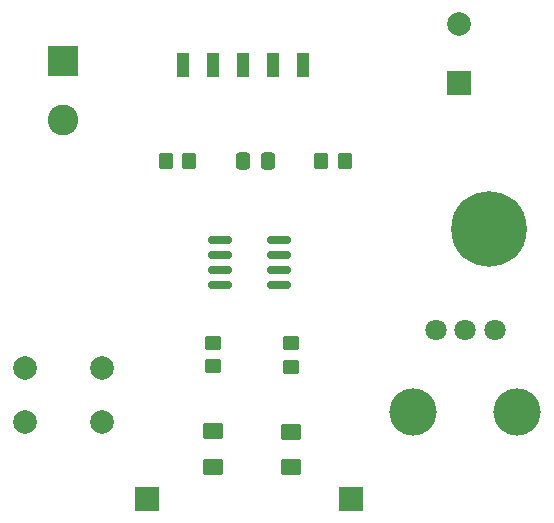
<source format=gbr>
%TF.GenerationSoftware,KiCad,Pcbnew,(6.0.10)*%
%TF.CreationDate,2023-02-14T20:35:35-05:00*%
%TF.ProjectId,starterProject,73746172-7465-4725-9072-6f6a6563742e,rev?*%
%TF.SameCoordinates,Original*%
%TF.FileFunction,Soldermask,Top*%
%TF.FilePolarity,Negative*%
%FSLAX46Y46*%
G04 Gerber Fmt 4.6, Leading zero omitted, Abs format (unit mm)*
G04 Created by KiCad (PCBNEW (6.0.10)) date 2023-02-14 20:35:35*
%MOMM*%
%LPD*%
G01*
G04 APERTURE LIST*
G04 Aperture macros list*
%AMRoundRect*
0 Rectangle with rounded corners*
0 $1 Rounding radius*
0 $2 $3 $4 $5 $6 $7 $8 $9 X,Y pos of 4 corners*
0 Add a 4 corners polygon primitive as box body*
4,1,4,$2,$3,$4,$5,$6,$7,$8,$9,$2,$3,0*
0 Add four circle primitives for the rounded corners*
1,1,$1+$1,$2,$3*
1,1,$1+$1,$4,$5*
1,1,$1+$1,$6,$7*
1,1,$1+$1,$8,$9*
0 Add four rect primitives between the rounded corners*
20,1,$1+$1,$2,$3,$4,$5,0*
20,1,$1+$1,$4,$5,$6,$7,0*
20,1,$1+$1,$6,$7,$8,$9,0*
20,1,$1+$1,$8,$9,$2,$3,0*%
G04 Aperture macros list end*
%ADD10R,2.000000X2.000000*%
%ADD11RoundRect,0.250000X-0.350000X-0.450000X0.350000X-0.450000X0.350000X0.450000X-0.350000X0.450000X0*%
%ADD12C,4.000000*%
%ADD13C,1.800000*%
%ADD14RoundRect,0.250000X-0.450000X0.350000X-0.450000X-0.350000X0.450000X-0.350000X0.450000X0.350000X0*%
%ADD15RoundRect,0.250001X0.624999X-0.462499X0.624999X0.462499X-0.624999X0.462499X-0.624999X-0.462499X0*%
%ADD16R,1.000000X2.000000*%
%ADD17C,2.000000*%
%ADD18C,6.400000*%
%ADD19R,2.600000X2.600000*%
%ADD20C,2.600000*%
%ADD21RoundRect,0.150000X-0.825000X-0.150000X0.825000X-0.150000X0.825000X0.150000X-0.825000X0.150000X0*%
%ADD22RoundRect,0.250000X-0.337500X-0.475000X0.337500X-0.475000X0.337500X0.475000X-0.337500X0.475000X0*%
G04 APERTURE END LIST*
D10*
%TO.C,TP2*%
X132588000Y-99715977D03*
%TD*%
D11*
%TO.C,R2*%
X116872000Y-71120000D03*
X118872000Y-71120000D03*
%TD*%
D12*
%TO.C,RV1*%
X137840000Y-92390000D03*
X146640000Y-92390000D03*
D13*
X139740000Y-85390000D03*
X142240000Y-85390000D03*
X144740000Y-85390000D03*
%TD*%
D14*
%TO.C,R3*%
X127508000Y-86555500D03*
X127508000Y-88555500D03*
%TD*%
D11*
%TO.C,R1*%
X130048000Y-71120000D03*
X132048000Y-71120000D03*
%TD*%
D15*
%TO.C,D2*%
X120904000Y-96991500D03*
X120904000Y-94016500D03*
%TD*%
D16*
%TO.C,J2*%
X118364000Y-62992000D03*
X120904000Y-62992000D03*
X123444000Y-62992000D03*
X125984000Y-62992000D03*
X128524000Y-62992000D03*
%TD*%
D17*
%TO.C,SW1*%
X111454000Y-93182000D03*
X104954000Y-93182000D03*
X104954000Y-88682000D03*
X111454000Y-88682000D03*
%TD*%
D14*
%TO.C,R4*%
X120904000Y-86519000D03*
X120904000Y-88519000D03*
%TD*%
D10*
%TO.C,TP1*%
X115316000Y-99715977D03*
%TD*%
D18*
%TO.C,REF\u002A\u002A*%
X144272000Y-76855977D03*
%TD*%
D19*
%TO.C,J1*%
X108188000Y-62671977D03*
D20*
X108188000Y-67671977D03*
%TD*%
D10*
%TO.C,BZ1*%
X141732000Y-64516000D03*
D17*
X141732000Y-59516000D03*
%TD*%
D15*
%TO.C,D1*%
X127508000Y-97028000D03*
X127508000Y-94053000D03*
%TD*%
D21*
%TO.C,U1*%
X121477000Y-77851000D03*
X121477000Y-79121000D03*
X121477000Y-80391000D03*
X121477000Y-81661000D03*
X126427000Y-81661000D03*
X126427000Y-80391000D03*
X126427000Y-79121000D03*
X126427000Y-77851000D03*
%TD*%
D22*
%TO.C,C1*%
X123422500Y-71120000D03*
X125497500Y-71120000D03*
%TD*%
M02*

</source>
